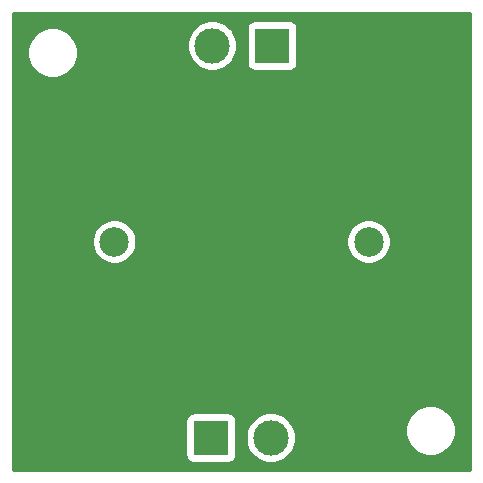
<source format=gbl>
G04 #@! TF.GenerationSoftware,KiCad,Pcbnew,5.1.4-e60b266~84~ubuntu18.04.1*
G04 #@! TF.CreationDate,2019-08-23T19:18:19+05:30*
G04 #@! TF.ProjectId,XHP70.2_breakout_rev2,58485037-302e-4325-9f62-7265616b6f75,rev?*
G04 #@! TF.SameCoordinates,Original*
G04 #@! TF.FileFunction,Copper,L2,Bot*
G04 #@! TF.FilePolarity,Positive*
%FSLAX46Y46*%
G04 Gerber Fmt 4.6, Leading zero omitted, Abs format (unit mm)*
G04 Created by KiCad (PCBNEW 5.1.4-e60b266~84~ubuntu18.04.1) date 2019-08-23 19:18:19*
%MOMM*%
%LPD*%
G04 APERTURE LIST*
%ADD10R,3.000000X3.000000*%
%ADD11C,3.000000*%
%ADD12C,2.500000*%
%ADD13C,0.800000*%
%ADD14C,0.250000*%
%ADD15C,0.254000*%
G04 APERTURE END LIST*
D10*
X27400000Y-46600000D03*
D11*
X32480000Y-46600000D03*
X27520000Y-13400000D03*
D10*
X32600000Y-13400000D03*
D12*
X19225000Y-30000000D03*
X40775000Y-30000000D03*
D13*
X30000000Y-25500000D03*
X31000000Y-25500000D03*
X31000000Y-24500000D03*
X30000000Y-24500000D03*
X30000000Y-23500000D03*
X31000000Y-23500000D03*
X31000000Y-22500000D03*
X30000000Y-22500000D03*
X30000000Y-21500000D03*
X31000000Y-21500000D03*
X29000000Y-21500000D03*
X29000000Y-22500000D03*
X29000000Y-23500000D03*
X29000000Y-24500000D03*
X29000000Y-25500000D03*
X30000000Y-34500000D03*
X29000000Y-34500000D03*
X29000000Y-35500000D03*
X30000000Y-35500000D03*
X30000000Y-36500000D03*
X29000000Y-36500000D03*
X29000000Y-37500000D03*
X30000000Y-37500000D03*
X30000000Y-38500000D03*
X29000000Y-38500000D03*
X31000000Y-38500000D03*
X31000000Y-37500000D03*
X31000000Y-36500000D03*
X31000000Y-35500000D03*
X31000000Y-34500000D03*
D14*
X30000000Y-25500000D02*
X31000000Y-25500000D01*
X31000000Y-24500000D02*
X30000000Y-24500000D01*
X30000000Y-23500000D02*
X31000000Y-23500000D01*
X31000000Y-22500000D02*
X30000000Y-22500000D01*
X30000000Y-21500000D02*
X31000000Y-21500000D01*
X29000000Y-21500000D02*
X29000000Y-22500000D01*
X29000000Y-23500000D02*
X29000000Y-24500000D01*
X29000000Y-25500000D02*
X30000000Y-25500000D01*
X30000000Y-34500000D02*
X29000000Y-34500000D01*
X29000000Y-35500000D02*
X30000000Y-35500000D01*
X29000000Y-36500000D02*
X29000000Y-37500000D01*
X30000000Y-37500000D02*
X30000000Y-38500000D01*
X30000000Y-38500000D02*
X31000000Y-38500000D01*
X31000000Y-37500000D02*
X31000000Y-36500000D01*
X31000000Y-35500000D02*
X31000000Y-34500000D01*
D15*
G36*
X49340000Y-49340000D02*
G01*
X10660000Y-49340000D01*
X10660000Y-45100000D01*
X25261928Y-45100000D01*
X25261928Y-48100000D01*
X25274188Y-48224482D01*
X25310498Y-48344180D01*
X25369463Y-48454494D01*
X25448815Y-48551185D01*
X25545506Y-48630537D01*
X25655820Y-48689502D01*
X25775518Y-48725812D01*
X25900000Y-48738072D01*
X28900000Y-48738072D01*
X29024482Y-48725812D01*
X29144180Y-48689502D01*
X29254494Y-48630537D01*
X29351185Y-48551185D01*
X29430537Y-48454494D01*
X29489502Y-48344180D01*
X29525812Y-48224482D01*
X29538072Y-48100000D01*
X29538072Y-46389721D01*
X30345000Y-46389721D01*
X30345000Y-46810279D01*
X30427047Y-47222756D01*
X30587988Y-47611302D01*
X30821637Y-47960983D01*
X31119017Y-48258363D01*
X31468698Y-48492012D01*
X31857244Y-48652953D01*
X32269721Y-48735000D01*
X32690279Y-48735000D01*
X33102756Y-48652953D01*
X33491302Y-48492012D01*
X33840983Y-48258363D01*
X34138363Y-47960983D01*
X34372012Y-47611302D01*
X34532953Y-47222756D01*
X34615000Y-46810279D01*
X34615000Y-46389721D01*
X34532953Y-45977244D01*
X34455279Y-45789721D01*
X43865000Y-45789721D01*
X43865000Y-46210279D01*
X43947047Y-46622756D01*
X44107988Y-47011302D01*
X44341637Y-47360983D01*
X44639017Y-47658363D01*
X44988698Y-47892012D01*
X45377244Y-48052953D01*
X45789721Y-48135000D01*
X46210279Y-48135000D01*
X46622756Y-48052953D01*
X47011302Y-47892012D01*
X47360983Y-47658363D01*
X47658363Y-47360983D01*
X47892012Y-47011302D01*
X48052953Y-46622756D01*
X48135000Y-46210279D01*
X48135000Y-45789721D01*
X48052953Y-45377244D01*
X47892012Y-44988698D01*
X47658363Y-44639017D01*
X47360983Y-44341637D01*
X47011302Y-44107988D01*
X46622756Y-43947047D01*
X46210279Y-43865000D01*
X45789721Y-43865000D01*
X45377244Y-43947047D01*
X44988698Y-44107988D01*
X44639017Y-44341637D01*
X44341637Y-44639017D01*
X44107988Y-44988698D01*
X43947047Y-45377244D01*
X43865000Y-45789721D01*
X34455279Y-45789721D01*
X34372012Y-45588698D01*
X34138363Y-45239017D01*
X33840983Y-44941637D01*
X33491302Y-44707988D01*
X33102756Y-44547047D01*
X32690279Y-44465000D01*
X32269721Y-44465000D01*
X31857244Y-44547047D01*
X31468698Y-44707988D01*
X31119017Y-44941637D01*
X30821637Y-45239017D01*
X30587988Y-45588698D01*
X30427047Y-45977244D01*
X30345000Y-46389721D01*
X29538072Y-46389721D01*
X29538072Y-45100000D01*
X29525812Y-44975518D01*
X29489502Y-44855820D01*
X29430537Y-44745506D01*
X29351185Y-44648815D01*
X29254494Y-44569463D01*
X29144180Y-44510498D01*
X29024482Y-44474188D01*
X28900000Y-44461928D01*
X25900000Y-44461928D01*
X25775518Y-44474188D01*
X25655820Y-44510498D01*
X25545506Y-44569463D01*
X25448815Y-44648815D01*
X25369463Y-44745506D01*
X25310498Y-44855820D01*
X25274188Y-44975518D01*
X25261928Y-45100000D01*
X10660000Y-45100000D01*
X10660000Y-29814344D01*
X17340000Y-29814344D01*
X17340000Y-30185656D01*
X17412439Y-30549834D01*
X17554534Y-30892882D01*
X17760825Y-31201618D01*
X18023382Y-31464175D01*
X18332118Y-31670466D01*
X18675166Y-31812561D01*
X19039344Y-31885000D01*
X19410656Y-31885000D01*
X19774834Y-31812561D01*
X20117882Y-31670466D01*
X20426618Y-31464175D01*
X20689175Y-31201618D01*
X20895466Y-30892882D01*
X21037561Y-30549834D01*
X21110000Y-30185656D01*
X21110000Y-29814344D01*
X38890000Y-29814344D01*
X38890000Y-30185656D01*
X38962439Y-30549834D01*
X39104534Y-30892882D01*
X39310825Y-31201618D01*
X39573382Y-31464175D01*
X39882118Y-31670466D01*
X40225166Y-31812561D01*
X40589344Y-31885000D01*
X40960656Y-31885000D01*
X41324834Y-31812561D01*
X41667882Y-31670466D01*
X41976618Y-31464175D01*
X42239175Y-31201618D01*
X42445466Y-30892882D01*
X42587561Y-30549834D01*
X42660000Y-30185656D01*
X42660000Y-29814344D01*
X42587561Y-29450166D01*
X42445466Y-29107118D01*
X42239175Y-28798382D01*
X41976618Y-28535825D01*
X41667882Y-28329534D01*
X41324834Y-28187439D01*
X40960656Y-28115000D01*
X40589344Y-28115000D01*
X40225166Y-28187439D01*
X39882118Y-28329534D01*
X39573382Y-28535825D01*
X39310825Y-28798382D01*
X39104534Y-29107118D01*
X38962439Y-29450166D01*
X38890000Y-29814344D01*
X21110000Y-29814344D01*
X21037561Y-29450166D01*
X20895466Y-29107118D01*
X20689175Y-28798382D01*
X20426618Y-28535825D01*
X20117882Y-28329534D01*
X19774834Y-28187439D01*
X19410656Y-28115000D01*
X19039344Y-28115000D01*
X18675166Y-28187439D01*
X18332118Y-28329534D01*
X18023382Y-28535825D01*
X17760825Y-28798382D01*
X17554534Y-29107118D01*
X17412439Y-29450166D01*
X17340000Y-29814344D01*
X10660000Y-29814344D01*
X10660000Y-13789721D01*
X11865000Y-13789721D01*
X11865000Y-14210279D01*
X11947047Y-14622756D01*
X12107988Y-15011302D01*
X12341637Y-15360983D01*
X12639017Y-15658363D01*
X12988698Y-15892012D01*
X13377244Y-16052953D01*
X13789721Y-16135000D01*
X14210279Y-16135000D01*
X14622756Y-16052953D01*
X15011302Y-15892012D01*
X15360983Y-15658363D01*
X15658363Y-15360983D01*
X15892012Y-15011302D01*
X16052953Y-14622756D01*
X16135000Y-14210279D01*
X16135000Y-13789721D01*
X16052953Y-13377244D01*
X15975279Y-13189721D01*
X25385000Y-13189721D01*
X25385000Y-13610279D01*
X25467047Y-14022756D01*
X25627988Y-14411302D01*
X25861637Y-14760983D01*
X26159017Y-15058363D01*
X26508698Y-15292012D01*
X26897244Y-15452953D01*
X27309721Y-15535000D01*
X27730279Y-15535000D01*
X28142756Y-15452953D01*
X28531302Y-15292012D01*
X28880983Y-15058363D01*
X29178363Y-14760983D01*
X29412012Y-14411302D01*
X29572953Y-14022756D01*
X29655000Y-13610279D01*
X29655000Y-13189721D01*
X29572953Y-12777244D01*
X29412012Y-12388698D01*
X29178363Y-12039017D01*
X29039346Y-11900000D01*
X30461928Y-11900000D01*
X30461928Y-14900000D01*
X30474188Y-15024482D01*
X30510498Y-15144180D01*
X30569463Y-15254494D01*
X30648815Y-15351185D01*
X30745506Y-15430537D01*
X30855820Y-15489502D01*
X30975518Y-15525812D01*
X31100000Y-15538072D01*
X34100000Y-15538072D01*
X34224482Y-15525812D01*
X34344180Y-15489502D01*
X34454494Y-15430537D01*
X34551185Y-15351185D01*
X34630537Y-15254494D01*
X34689502Y-15144180D01*
X34725812Y-15024482D01*
X34738072Y-14900000D01*
X34738072Y-11900000D01*
X34725812Y-11775518D01*
X34689502Y-11655820D01*
X34630537Y-11545506D01*
X34551185Y-11448815D01*
X34454494Y-11369463D01*
X34344180Y-11310498D01*
X34224482Y-11274188D01*
X34100000Y-11261928D01*
X31100000Y-11261928D01*
X30975518Y-11274188D01*
X30855820Y-11310498D01*
X30745506Y-11369463D01*
X30648815Y-11448815D01*
X30569463Y-11545506D01*
X30510498Y-11655820D01*
X30474188Y-11775518D01*
X30461928Y-11900000D01*
X29039346Y-11900000D01*
X28880983Y-11741637D01*
X28531302Y-11507988D01*
X28142756Y-11347047D01*
X27730279Y-11265000D01*
X27309721Y-11265000D01*
X26897244Y-11347047D01*
X26508698Y-11507988D01*
X26159017Y-11741637D01*
X25861637Y-12039017D01*
X25627988Y-12388698D01*
X25467047Y-12777244D01*
X25385000Y-13189721D01*
X15975279Y-13189721D01*
X15892012Y-12988698D01*
X15658363Y-12639017D01*
X15360983Y-12341637D01*
X15011302Y-12107988D01*
X14622756Y-11947047D01*
X14210279Y-11865000D01*
X13789721Y-11865000D01*
X13377244Y-11947047D01*
X12988698Y-12107988D01*
X12639017Y-12341637D01*
X12341637Y-12639017D01*
X12107988Y-12988698D01*
X11947047Y-13377244D01*
X11865000Y-13789721D01*
X10660000Y-13789721D01*
X10660000Y-10660000D01*
X49340001Y-10660000D01*
X49340000Y-49340000D01*
X49340000Y-49340000D01*
G37*
X49340000Y-49340000D02*
X10660000Y-49340000D01*
X10660000Y-45100000D01*
X25261928Y-45100000D01*
X25261928Y-48100000D01*
X25274188Y-48224482D01*
X25310498Y-48344180D01*
X25369463Y-48454494D01*
X25448815Y-48551185D01*
X25545506Y-48630537D01*
X25655820Y-48689502D01*
X25775518Y-48725812D01*
X25900000Y-48738072D01*
X28900000Y-48738072D01*
X29024482Y-48725812D01*
X29144180Y-48689502D01*
X29254494Y-48630537D01*
X29351185Y-48551185D01*
X29430537Y-48454494D01*
X29489502Y-48344180D01*
X29525812Y-48224482D01*
X29538072Y-48100000D01*
X29538072Y-46389721D01*
X30345000Y-46389721D01*
X30345000Y-46810279D01*
X30427047Y-47222756D01*
X30587988Y-47611302D01*
X30821637Y-47960983D01*
X31119017Y-48258363D01*
X31468698Y-48492012D01*
X31857244Y-48652953D01*
X32269721Y-48735000D01*
X32690279Y-48735000D01*
X33102756Y-48652953D01*
X33491302Y-48492012D01*
X33840983Y-48258363D01*
X34138363Y-47960983D01*
X34372012Y-47611302D01*
X34532953Y-47222756D01*
X34615000Y-46810279D01*
X34615000Y-46389721D01*
X34532953Y-45977244D01*
X34455279Y-45789721D01*
X43865000Y-45789721D01*
X43865000Y-46210279D01*
X43947047Y-46622756D01*
X44107988Y-47011302D01*
X44341637Y-47360983D01*
X44639017Y-47658363D01*
X44988698Y-47892012D01*
X45377244Y-48052953D01*
X45789721Y-48135000D01*
X46210279Y-48135000D01*
X46622756Y-48052953D01*
X47011302Y-47892012D01*
X47360983Y-47658363D01*
X47658363Y-47360983D01*
X47892012Y-47011302D01*
X48052953Y-46622756D01*
X48135000Y-46210279D01*
X48135000Y-45789721D01*
X48052953Y-45377244D01*
X47892012Y-44988698D01*
X47658363Y-44639017D01*
X47360983Y-44341637D01*
X47011302Y-44107988D01*
X46622756Y-43947047D01*
X46210279Y-43865000D01*
X45789721Y-43865000D01*
X45377244Y-43947047D01*
X44988698Y-44107988D01*
X44639017Y-44341637D01*
X44341637Y-44639017D01*
X44107988Y-44988698D01*
X43947047Y-45377244D01*
X43865000Y-45789721D01*
X34455279Y-45789721D01*
X34372012Y-45588698D01*
X34138363Y-45239017D01*
X33840983Y-44941637D01*
X33491302Y-44707988D01*
X33102756Y-44547047D01*
X32690279Y-44465000D01*
X32269721Y-44465000D01*
X31857244Y-44547047D01*
X31468698Y-44707988D01*
X31119017Y-44941637D01*
X30821637Y-45239017D01*
X30587988Y-45588698D01*
X30427047Y-45977244D01*
X30345000Y-46389721D01*
X29538072Y-46389721D01*
X29538072Y-45100000D01*
X29525812Y-44975518D01*
X29489502Y-44855820D01*
X29430537Y-44745506D01*
X29351185Y-44648815D01*
X29254494Y-44569463D01*
X29144180Y-44510498D01*
X29024482Y-44474188D01*
X28900000Y-44461928D01*
X25900000Y-44461928D01*
X25775518Y-44474188D01*
X25655820Y-44510498D01*
X25545506Y-44569463D01*
X25448815Y-44648815D01*
X25369463Y-44745506D01*
X25310498Y-44855820D01*
X25274188Y-44975518D01*
X25261928Y-45100000D01*
X10660000Y-45100000D01*
X10660000Y-29814344D01*
X17340000Y-29814344D01*
X17340000Y-30185656D01*
X17412439Y-30549834D01*
X17554534Y-30892882D01*
X17760825Y-31201618D01*
X18023382Y-31464175D01*
X18332118Y-31670466D01*
X18675166Y-31812561D01*
X19039344Y-31885000D01*
X19410656Y-31885000D01*
X19774834Y-31812561D01*
X20117882Y-31670466D01*
X20426618Y-31464175D01*
X20689175Y-31201618D01*
X20895466Y-30892882D01*
X21037561Y-30549834D01*
X21110000Y-30185656D01*
X21110000Y-29814344D01*
X38890000Y-29814344D01*
X38890000Y-30185656D01*
X38962439Y-30549834D01*
X39104534Y-30892882D01*
X39310825Y-31201618D01*
X39573382Y-31464175D01*
X39882118Y-31670466D01*
X40225166Y-31812561D01*
X40589344Y-31885000D01*
X40960656Y-31885000D01*
X41324834Y-31812561D01*
X41667882Y-31670466D01*
X41976618Y-31464175D01*
X42239175Y-31201618D01*
X42445466Y-30892882D01*
X42587561Y-30549834D01*
X42660000Y-30185656D01*
X42660000Y-29814344D01*
X42587561Y-29450166D01*
X42445466Y-29107118D01*
X42239175Y-28798382D01*
X41976618Y-28535825D01*
X41667882Y-28329534D01*
X41324834Y-28187439D01*
X40960656Y-28115000D01*
X40589344Y-28115000D01*
X40225166Y-28187439D01*
X39882118Y-28329534D01*
X39573382Y-28535825D01*
X39310825Y-28798382D01*
X39104534Y-29107118D01*
X38962439Y-29450166D01*
X38890000Y-29814344D01*
X21110000Y-29814344D01*
X21037561Y-29450166D01*
X20895466Y-29107118D01*
X20689175Y-28798382D01*
X20426618Y-28535825D01*
X20117882Y-28329534D01*
X19774834Y-28187439D01*
X19410656Y-28115000D01*
X19039344Y-28115000D01*
X18675166Y-28187439D01*
X18332118Y-28329534D01*
X18023382Y-28535825D01*
X17760825Y-28798382D01*
X17554534Y-29107118D01*
X17412439Y-29450166D01*
X17340000Y-29814344D01*
X10660000Y-29814344D01*
X10660000Y-13789721D01*
X11865000Y-13789721D01*
X11865000Y-14210279D01*
X11947047Y-14622756D01*
X12107988Y-15011302D01*
X12341637Y-15360983D01*
X12639017Y-15658363D01*
X12988698Y-15892012D01*
X13377244Y-16052953D01*
X13789721Y-16135000D01*
X14210279Y-16135000D01*
X14622756Y-16052953D01*
X15011302Y-15892012D01*
X15360983Y-15658363D01*
X15658363Y-15360983D01*
X15892012Y-15011302D01*
X16052953Y-14622756D01*
X16135000Y-14210279D01*
X16135000Y-13789721D01*
X16052953Y-13377244D01*
X15975279Y-13189721D01*
X25385000Y-13189721D01*
X25385000Y-13610279D01*
X25467047Y-14022756D01*
X25627988Y-14411302D01*
X25861637Y-14760983D01*
X26159017Y-15058363D01*
X26508698Y-15292012D01*
X26897244Y-15452953D01*
X27309721Y-15535000D01*
X27730279Y-15535000D01*
X28142756Y-15452953D01*
X28531302Y-15292012D01*
X28880983Y-15058363D01*
X29178363Y-14760983D01*
X29412012Y-14411302D01*
X29572953Y-14022756D01*
X29655000Y-13610279D01*
X29655000Y-13189721D01*
X29572953Y-12777244D01*
X29412012Y-12388698D01*
X29178363Y-12039017D01*
X29039346Y-11900000D01*
X30461928Y-11900000D01*
X30461928Y-14900000D01*
X30474188Y-15024482D01*
X30510498Y-15144180D01*
X30569463Y-15254494D01*
X30648815Y-15351185D01*
X30745506Y-15430537D01*
X30855820Y-15489502D01*
X30975518Y-15525812D01*
X31100000Y-15538072D01*
X34100000Y-15538072D01*
X34224482Y-15525812D01*
X34344180Y-15489502D01*
X34454494Y-15430537D01*
X34551185Y-15351185D01*
X34630537Y-15254494D01*
X34689502Y-15144180D01*
X34725812Y-15024482D01*
X34738072Y-14900000D01*
X34738072Y-11900000D01*
X34725812Y-11775518D01*
X34689502Y-11655820D01*
X34630537Y-11545506D01*
X34551185Y-11448815D01*
X34454494Y-11369463D01*
X34344180Y-11310498D01*
X34224482Y-11274188D01*
X34100000Y-11261928D01*
X31100000Y-11261928D01*
X30975518Y-11274188D01*
X30855820Y-11310498D01*
X30745506Y-11369463D01*
X30648815Y-11448815D01*
X30569463Y-11545506D01*
X30510498Y-11655820D01*
X30474188Y-11775518D01*
X30461928Y-11900000D01*
X29039346Y-11900000D01*
X28880983Y-11741637D01*
X28531302Y-11507988D01*
X28142756Y-11347047D01*
X27730279Y-11265000D01*
X27309721Y-11265000D01*
X26897244Y-11347047D01*
X26508698Y-11507988D01*
X26159017Y-11741637D01*
X25861637Y-12039017D01*
X25627988Y-12388698D01*
X25467047Y-12777244D01*
X25385000Y-13189721D01*
X15975279Y-13189721D01*
X15892012Y-12988698D01*
X15658363Y-12639017D01*
X15360983Y-12341637D01*
X15011302Y-12107988D01*
X14622756Y-11947047D01*
X14210279Y-11865000D01*
X13789721Y-11865000D01*
X13377244Y-11947047D01*
X12988698Y-12107988D01*
X12639017Y-12341637D01*
X12341637Y-12639017D01*
X12107988Y-12988698D01*
X11947047Y-13377244D01*
X11865000Y-13789721D01*
X10660000Y-13789721D01*
X10660000Y-10660000D01*
X49340001Y-10660000D01*
X49340000Y-49340000D01*
M02*

</source>
